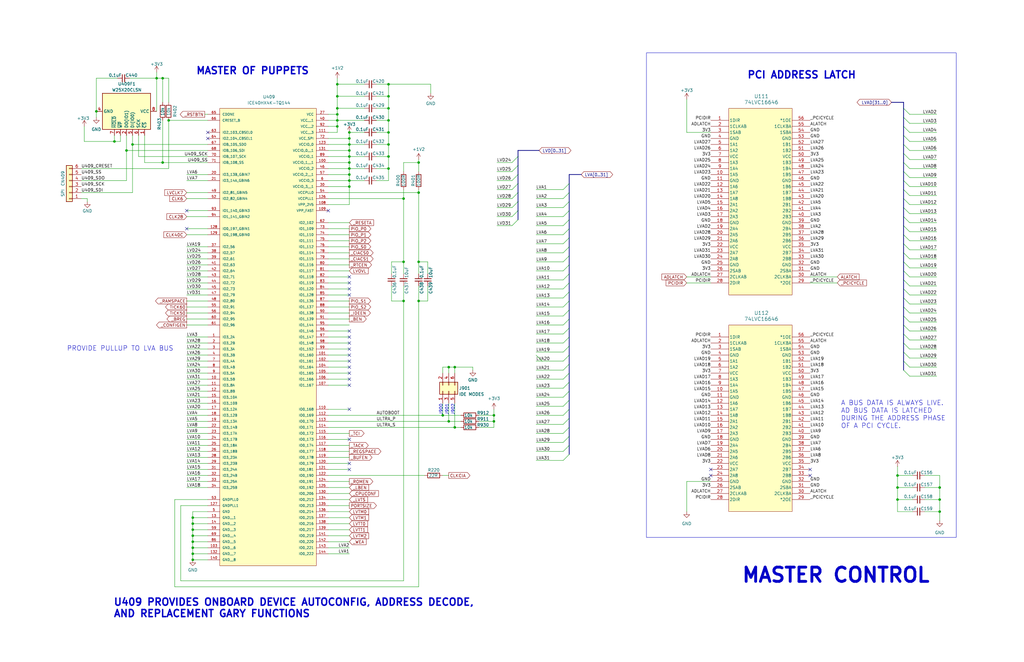
<source format=kicad_sch>
(kicad_sch (version 20231120) (generator "eeschema") (generator_version "8.0")
  (paper "B")
  (title_block (title "AMIGA PCI") (date "2025-01-01") (rev "5.0"))
  (junction (at 147.32 76.2))
  (junction (at 191.77 180.34))
  (junction (at 176.53 81.28))
  (junction (at 378.46 200.66))
  (junction (at 81.28 223.52))
  (junction (at 189.23 154.94))
  (junction (at 147.32 58.42))
  (junction (at 396.24 210.82))
  (junction (at 378.46 210.82))
  (junction (at 147.32 78.74))
  (junction (at 396.24 215.9))
  (junction (at 163.83 60.96))
  (junction (at 163.83 50.8))
  (junction (at 163.83 40.64))
  (junction (at 142.24 48.26))
  (junction (at 142.24 53.34))
  (junction (at 40.64 46.99))
  (junction (at 48.26 59.69))
  (junction (at 81.28 218.44))
  (junction (at 66.04 33.02))
  (junction (at 81.28 220.98))
  (junction (at 147.32 63.5))
  (junction (at 170.18 83.82))
  (junction (at 142.24 35.56))
  (junction (at 81.28 233.68))
  (junction (at 163.83 45.72))
  (junction (at 147.32 68.58))
  (junction (at 396.24 205.74))
  (junction (at 176.53 127))
  (junction (at 163.83 35.56))
  (junction (at 55.88 60.96))
  (junction (at 142.24 40.64))
  (junction (at 208.28 175.26))
  (junction (at 81.28 236.22))
  (junction (at 191.77 154.94))
  (junction (at 81.28 231.14))
  (junction (at 68.58 68.58))
  (junction (at 163.83 71.12))
  (junction (at 163.83 66.04))
  (junction (at 189.23 177.8))
  (junction (at 147.32 55.88))
  (junction (at 142.24 45.72))
  (junction (at 176.53 68.58))
  (junction (at 208.28 177.8))
  (junction (at 163.83 55.88))
  (junction (at 71.12 50.8))
  (junction (at 147.32 60.96))
  (junction (at 81.28 226.06))
  (junction (at 170.18 127))
  (junction (at 378.46 205.74))
  (junction (at 81.28 228.6))
  (junction (at 147.32 73.66))
  (junction (at 170.18 110.49))
  (junction (at 176.53 110.49))
  (junction (at 147.32 71.12))
  (junction (at 186.69 175.26))
  (junction (at 142.24 50.8))
  (junction (at 147.32 66.04))
  (junction (at 68.58 33.02))
  (junction (at 53.34 63.5))
  (no_connect (at 299.72 198.12))
  (no_connect (at 147.32 144.78))
  (no_connect (at 147.32 152.4))
  (no_connect (at 147.32 198.12))
  (no_connect (at 341.63 198.12))
  (no_connect (at 147.32 162.56))
  (no_connect (at 147.32 172.72))
  (no_connect (at 341.63 200.66))
  (no_connect (at 87.63 55.88))
  (no_connect (at 147.32 142.24))
  (no_connect (at 147.32 160.02))
  (no_connect (at 147.32 116.84))
  (no_connect (at 147.32 147.32))
  (no_connect (at 147.32 149.86))
  (no_connect (at 78.74 88.9))
  (no_connect (at 147.32 124.46))
  (no_connect (at 147.32 157.48))
  (no_connect (at 147.32 185.42))
  (no_connect (at 147.32 119.38))
  (no_connect (at 299.72 200.66))
  (no_connect (at 147.32 195.58))
  (no_connect (at 138.43 88.9))
  (no_connect (at 147.32 154.94))
  (no_connect (at 87.63 58.42))
  (no_connect (at 147.32 139.7))
  (no_connect (at 78.74 96.52))
  (no_connect (at 147.32 121.92))
  (bus_entry (at 383.57 93.98) (size -2.54 -2.54))
  (bus_entry (at 383.57 63.5) (size -2.54 -2.54))
  (bus_entry (at 237.49 163.83) (size 2.54 -2.54))
  (bus_entry (at 215.9 95.25) (size 2.54 -2.54))
  (bus_entry (at 237.49 80.01) (size 2.54 -2.54))
  (bus_entry (at 237.49 160.02) (size 2.54 -2.54))
  (bus_entry (at 383.57 82.55) (size -2.54 -2.54))
  (bus_entry (at 383.57 101.6) (size -2.54 -2.54))
  (bus_entry (at 215.9 83.82) (size 2.54 -2.54))
  (bus_entry (at 237.49 194.31) (size 2.54 -2.54))
  (bus_entry (at 215.9 87.63) (size 2.54 -2.54))
  (bus_entry (at 383.57 151.13) (size -2.54 -2.54))
  (bus_entry (at 237.49 133.35) (size 2.54 -2.54))
  (bus_entry (at 237.49 137.16) (size 2.54 -2.54))
  (bus_entry (at 237.49 99.06) (size 2.54 -2.54))
  (bus_entry (at 383.57 158.75) (size -2.54 -2.54))
  (bus_entry (at 383.57 78.74) (size -2.54 -2.54))
  (bus_entry (at 383.57 97.79) (size -2.54 -2.54))
  (bus_entry (at 237.49 182.88) (size 2.54 -2.54))
  (bus_entry (at 237.49 83.82) (size 2.54 -2.54))
  (bus_entry (at 237.49 95.25) (size 2.54 -2.54))
  (bus_entry (at 383.57 135.89) (size -2.54 -2.54))
  (bus_entry (at 383.57 55.88) (size -2.54 -2.54))
  (bus_entry (at 237.49 129.54) (size 2.54 -2.54))
  (bus_entry (at 237.49 148.59) (size 2.54 -2.54))
  (bus_entry (at 237.49 175.26) (size 2.54 -2.54))
  (bus_entry (at 383.57 139.7) (size -2.54 -2.54))
  (bus_entry (at 383.57 124.46) (size -2.54 -2.54))
  (bus_entry (at 237.49 87.63) (size 2.54 -2.54))
  (bus_entry (at 383.57 120.65) (size -2.54 -2.54))
  (bus_entry (at 237.49 118.11) (size 2.54 -2.54))
  (bus_entry (at 383.57 59.69) (size -2.54 -2.54))
  (bus_entry (at 383.57 71.12) (size -2.54 -2.54))
  (bus_entry (at 383.57 143.51) (size -2.54 -2.54))
  (bus_entry (at 215.9 68.58) (size 2.54 -2.54))
  (bus_entry (at 226.06 149.86) (size 2.54 2.54))
  (bus_entry (at 383.57 86.36) (size -2.54 -2.54))
  (bus_entry (at 237.49 121.92) (size 2.54 -2.54))
  (bus_entry (at 237.49 144.78) (size 2.54 -2.54))
  (bus_entry (at 383.57 154.94) (size -2.54 -2.54))
  (bus_entry (at 383.57 147.32) (size -2.54 -2.54))
  (bus_entry (at 237.49 190.5) (size 2.54 -2.54))
  (bus_entry (at 383.57 116.84) (size -2.54 -2.54))
  (bus_entry (at 215.9 91.44) (size 2.54 -2.54))
  (bus_entry (at 237.49 114.3) (size 2.54 -2.54))
  (bus_entry (at 215.9 76.2) (size 2.54 -2.54))
  (bus_entry (at 237.49 186.69) (size 2.54 -2.54))
  (bus_entry (at 383.57 52.07) (size -2.54 -2.54))
  (bus_entry (at 237.49 167.64) (size 2.54 -2.54))
  (bus_entry (at 237.49 110.49) (size 2.54 -2.54))
  (bus_entry (at 237.49 125.73) (size 2.54 -2.54))
  (bus_entry (at 237.49 102.87) (size 2.54 -2.54))
  (bus_entry (at 237.49 179.07) (size 2.54 -2.54))
  (bus_entry (at 383.57 128.27) (size -2.54 -2.54))
  (bus_entry (at 237.49 156.21) (size 2.54 -2.54))
  (bus_entry (at 237.49 140.97) (size 2.54 -2.54))
  (bus_entry (at 383.57 105.41) (size -2.54 -2.54))
  (bus_entry (at 237.49 171.45) (size 2.54 -2.54))
  (bus_entry (at 383.57 132.08) (size -2.54 -2.54))
  (bus_entry (at 237.49 106.68) (size 2.54 -2.54))
  (bus_entry (at 383.57 109.22) (size -2.54 -2.54))
  (bus_entry (at 383.57 67.31) (size -2.54 -2.54))
  (bus_entry (at 237.49 152.4) (size 2.54 -2.54))
  (bus_entry (at 383.57 113.03) (size -2.54 -2.54))
  (bus_entry (at 237.49 91.44) (size 2.54 -2.54))
  (bus_entry (at 383.57 74.93) (size -2.54 -2.54))
  (bus_entry (at 215.9 72.39) (size 2.54 -2.54))
  (bus_entry (at 383.57 48.26) (size -2.54 -2.54))
  (bus_entry (at 383.57 90.17) (size -2.54 -2.54))
  (bus_entry (at 215.9 80.01) (size 2.54 -2.54))
  (wire (pts (xy 147.32 144.78) (xy 138.43 144.78)))
  (bus (pts (xy 381.03 152.4) (xy 381.03 156.21)))
  (bus (pts (xy 240.03 107.95) (xy 240.03 111.76)))
  (wire (pts (xy 395 139.7) (xy 383.57 139.7)))
  (wire (pts (xy 299.72 55.88) (xy 289.56 55.88)))
  (bus (pts (xy 381.03 43.18) (xy 375.92 43.18)))
  (wire (pts (xy 58.42 66.04) (xy 58.42 57.15)))
  (wire (pts (xy 87.63 195.58) (xy 78.74 195.58)))
  (wire (pts (xy 78.74 200.66) (xy 87.63 200.66)))
  (wire (pts (xy 147.32 205.74) (xy 138.43 205.74)))
  (wire (pts (xy 209.55 95.25) (xy 215.9 95.25)))
  (wire (pts (xy 353.06 119.38) (xy 341.63 119.38)))
  (wire (pts (xy 395 128.27) (xy 383.57 128.27)))
  (wire (pts (xy 138.43 99.06) (xy 147.32 99.06)))
  (wire (pts (xy 289.56 203.2) (xy 289.56 215.9)))
  (bus (pts (xy 381.03 148.59) (xy 381.03 152.4)))
  (wire (pts (xy 189.23 157.48) (xy 189.23 154.94)))
  (wire (pts (xy 395 135.89) (xy 383.57 135.89)))
  (wire (pts (xy 147.32 195.58) (xy 138.43 195.58)))
  (wire (pts (xy 289.56 203.2) (xy 299.72 203.2)))
  (wire (pts (xy 71.12 43.18) (xy 71.12 33.02)))
  (wire (pts (xy 395 86.36) (xy 383.57 86.36)))
  (wire (pts (xy 138.43 71.12) (xy 147.32 71.12)))
  (wire (pts (xy 73.66 247.65) (xy 176.53 247.65)))
  (wire (pts (xy 87.63 83.82) (xy 78.74 83.82)))
  (wire (pts (xy 226.06 140.97) (xy 237.49 140.97)))
  (wire (pts (xy 34.29 83.82) (xy 36.83 83.82)))
  (wire (pts (xy 87.63 203.2) (xy 78.74 203.2)))
  (wire (pts (xy 138.43 73.66) (xy 147.32 73.66)))
  (wire (pts (xy 78.74 116.84) (xy 87.63 116.84)))
  (wire (pts (xy 78.74 111.76) (xy 87.63 111.76)))
  (wire (pts (xy 35.56 53.34) (xy 35.56 59.69)))
  (bus (pts (xy 240.03 96.52) (xy 240.03 100.33)))
  (bus (pts (xy 381.03 57.15) (xy 381.03 60.96)))
  (bus (pts (xy 381.03 118.11) (xy 381.03 121.92)))
  (wire (pts (xy 226.06 190.5) (xy 237.49 190.5)))
  (wire (pts (xy 186.69 157.48) (xy 186.69 154.94)))
  (bus (pts (xy 240.03 165.1) (xy 240.03 168.91)))
  (wire (pts (xy 87.63 88.9) (xy 78.74 88.9)))
  (wire (pts (xy 138.43 83.82) (xy 170.18 83.82)))
  (wire (pts (xy 78.74 109.22) (xy 87.63 109.22)))
  (wire (pts (xy 226.06 110.49) (xy 237.49 110.49)))
  (wire (pts (xy 147.32 182.88) (xy 138.43 182.88)))
  (bus (pts (xy 240.03 168.91) (xy 240.03 172.72)))
  (wire (pts (xy 142.24 45.72) (xy 142.24 48.26)))
  (wire (pts (xy 176.53 127) (xy 180.34 127)))
  (wire (pts (xy 73.66 210.82) (xy 87.63 210.82)))
  (wire (pts (xy 138.43 157.48) (xy 147.32 157.48)))
  (wire (pts (xy 226.06 175.26) (xy 237.49 175.26)))
  (wire (pts (xy 378.46 205.74) (xy 384.81 205.74)))
  (wire (pts (xy 81.28 218.44) (xy 81.28 220.98)))
  (wire (pts (xy 395 48.26) (xy 383.57 48.26)))
  (wire (pts (xy 87.63 177.8) (xy 78.74 177.8)))
  (wire (pts (xy 147.32 76.2) (xy 147.32 78.74)))
  (wire (pts (xy 138.43 152.4) (xy 147.32 152.4)))
  (wire (pts (xy 209.55 68.58) (xy 215.9 68.58)))
  (wire (pts (xy 48.26 59.69) (xy 50.8 59.69)))
  (wire (pts (xy 87.63 48.26) (xy 86.36 48.26)))
  (wire (pts (xy 395 120.65) (xy 383.57 120.65)))
  (wire (pts (xy 389.89 200.66) (xy 396.24 200.66)))
  (wire (pts (xy 81.28 218.44) (xy 87.63 218.44)))
  (wire (pts (xy 66.04 33.02) (xy 54.61 33.02)))
  (wire (pts (xy 68.58 33.02) (xy 66.04 33.02)))
  (wire (pts (xy 147.32 76.2) (xy 153.67 76.2)))
  (bus (pts (xy 381.03 125.73) (xy 381.03 129.54)))
  (wire (pts (xy 226.06 114.3) (xy 237.49 114.3)))
  (wire (pts (xy 395 105.41) (xy 383.57 105.41)))
  (wire (pts (xy 163.83 40.64) (xy 163.83 35.56)))
  (wire (pts (xy 158.75 60.96) (xy 163.83 60.96)))
  (bus (pts (xy 218.44 69.85) (xy 218.44 73.66)))
  (wire (pts (xy 289.56 41.91) (xy 289.56 55.88)))
  (wire (pts (xy 226.06 171.45) (xy 237.49 171.45)))
  (wire (pts (xy 226.06 83.82) (xy 237.49 83.82)))
  (wire (pts (xy 181.61 35.56) (xy 163.83 35.56)))
  (wire (pts (xy 87.63 167.64) (xy 78.74 167.64)))
  (wire (pts (xy 147.32 68.58) (xy 147.32 71.12)))
  (wire (pts (xy 209.55 91.44) (xy 215.9 91.44)))
  (wire (pts (xy 226.06 179.07) (xy 237.49 179.07)))
  (wire (pts (xy 81.28 215.9) (xy 81.28 218.44)))
  (wire (pts (xy 138.43 175.26) (xy 186.69 175.26)))
  (wire (pts (xy 87.63 76.2) (xy 78.74 76.2)))
  (wire (pts (xy 78.74 106.68) (xy 87.63 106.68)))
  (wire (pts (xy 138.43 223.52) (xy 147.32 223.52)))
  (wire (pts (xy 87.63 165.1) (xy 78.74 165.1)))
  (wire (pts (xy 147.32 55.88) (xy 153.67 55.88)))
  (wire (pts (xy 81.28 231.14) (xy 81.28 233.68)))
  (bus (pts (xy 381.03 76.2) (xy 381.03 80.01)))
  (bus (pts (xy 381.03 91.44) (xy 381.03 95.25)))
  (wire (pts (xy 191.77 170.18) (xy 191.77 180.34)))
  (wire (pts (xy 60.96 68.58) (xy 68.58 68.58)))
  (wire (pts (xy 71.12 71.12) (xy 71.12 50.8)))
  (wire (pts (xy 226.06 156.21) (xy 237.49 156.21)))
  (wire (pts (xy 163.83 45.72) (xy 163.83 40.64)))
  (wire (pts (xy 138.43 220.98) (xy 147.32 220.98)))
  (wire (pts (xy 165.1 120.65) (xy 165.1 127)))
  (wire (pts (xy 163.83 50.8) (xy 163.83 45.72)))
  (wire (pts (xy 189.23 154.94) (xy 191.77 154.94)))
  (bus (pts (xy 240.03 172.72) (xy 240.03 176.53)))
  (wire (pts (xy 138.43 160.02) (xy 147.32 160.02)))
  (bus (pts (xy 218.44 81.28) (xy 218.44 85.09)))
  (wire (pts (xy 138.43 154.94) (xy 147.32 154.94)))
  (bus (pts (xy 381.03 68.58) (xy 381.03 72.39)))
  (wire (pts (xy 226.06 148.59) (xy 237.49 148.59)))
  (wire (pts (xy 395 154.94) (xy 383.57 154.94)))
  (wire (pts (xy 138.43 66.04) (xy 147.32 66.04)))
  (wire (pts (xy 138.43 60.96) (xy 147.32 60.96)))
  (wire (pts (xy 226.06 91.44) (xy 237.49 91.44)))
  (bus (pts (xy 381.03 144.78) (xy 381.03 148.59)))
  (wire (pts (xy 87.63 193.04) (xy 78.74 193.04)))
  (wire (pts (xy 170.18 245.11) (xy 76.2 245.11)))
  (wire (pts (xy 226.06 167.64) (xy 237.49 167.64)))
  (wire (pts (xy 55.88 57.15) (xy 55.88 60.96)))
  (wire (pts (xy 138.43 124.46) (xy 147.32 124.46)))
  (wire (pts (xy 76.2 245.11) (xy 76.2 213.36)))
  (wire (pts (xy 147.32 63.5) (xy 147.32 66.04)))
  (wire (pts (xy 142.24 45.72) (xy 153.67 45.72)))
  (wire (pts (xy 165.1 127) (xy 170.18 127)))
  (wire (pts (xy 138.43 78.74) (xy 147.32 78.74)))
  (wire (pts (xy 138.43 177.8) (xy 189.23 177.8)))
  (wire (pts (xy 147.32 147.32) (xy 138.43 147.32)))
  (wire (pts (xy 170.18 120.65) (xy 170.18 127)))
  (bus (pts (xy 381.03 72.39) (xy 381.03 76.2)))
  (wire (pts (xy 147.32 86.36) (xy 138.43 86.36)))
  (wire (pts (xy 395 124.46) (xy 383.57 124.46)))
  (wire (pts (xy 189.23 177.8) (xy 194.31 177.8)))
  (wire (pts (xy 48.26 57.15) (xy 48.26 59.69)))
  (wire (pts (xy 378.46 200.66) (xy 384.81 200.66)))
  (wire (pts (xy 396.24 200.66) (xy 396.24 205.74)))
  (wire (pts (xy 179.07 200.66) (xy 138.43 200.66)))
  (wire (pts (xy 71.12 33.02) (xy 68.58 33.02)))
  (wire (pts (xy 81.28 223.52) (xy 87.63 223.52)))
  (wire (pts (xy 395 97.79) (xy 383.57 97.79)))
  (wire (pts (xy 36.83 83.82) (xy 36.83 85.09)))
  (wire (pts (xy 87.63 127) (xy 78.74 127)))
  (bus (pts (xy 381.03 106.68) (xy 381.03 110.49)))
  (wire (pts (xy 81.28 236.22) (xy 87.63 236.22)))
  (wire (pts (xy 66.04 46.99) (xy 66.04 33.02)))
  (wire (pts (xy 396.24 205.74) (xy 396.24 210.82)))
  (wire (pts (xy 40.64 33.02) (xy 49.53 33.02)))
  (wire (pts (xy 378.46 210.82) (xy 384.81 210.82)))
  (wire (pts (xy 208.28 172.72) (xy 208.28 175.26)))
  (wire (pts (xy 138.43 215.9) (xy 147.32 215.9)))
  (wire (pts (xy 87.63 81.28) (xy 78.74 81.28)))
  (wire (pts (xy 138.43 93.98) (xy 147.32 93.98)))
  (bus (pts (xy 240.03 119.38) (xy 240.03 123.19)))
  (bus (pts (xy 240.03 73.66) (xy 245.11 73.66)))
  (wire (pts (xy 226.06 194.31) (xy 237.49 194.31)))
  (wire (pts (xy 87.63 175.26) (xy 78.74 175.26)))
  (wire (pts (xy 147.32 208.28) (xy 138.43 208.28)))
  (wire (pts (xy 53.34 76.2) (xy 34.29 76.2)))
  (bus (pts (xy 240.03 149.86) (xy 240.03 153.67)))
  (wire (pts (xy 289.56 119.38) (xy 299.72 119.38)))
  (wire (pts (xy 138.43 185.42) (xy 147.32 185.42)))
  (wire (pts (xy 158.75 71.12) (xy 163.83 71.12)))
  (wire (pts (xy 87.63 137.16) (xy 78.74 137.16)))
  (wire (pts (xy 395 113.03) (xy 383.57 113.03)))
  (wire (pts (xy 78.74 160.02) (xy 87.63 160.02)))
  (wire (pts (xy 78.74 149.86) (xy 87.63 149.86)))
  (wire (pts (xy 170.18 68.58) (xy 176.53 68.58)))
  (wire (pts (xy 81.28 220.98) (xy 81.28 223.52)))
  (wire (pts (xy 147.32 187.96) (xy 138.43 187.96)))
  (wire (pts (xy 138.43 137.16) (xy 147.32 137.16)))
  (wire (pts (xy 138.43 101.6) (xy 147.32 101.6)))
  (wire (pts (xy 138.43 218.44) (xy 147.32 218.44)))
  (bus (pts (xy 381.03 87.63) (xy 381.03 91.44)))
  (wire (pts (xy 395 101.6) (xy 383.57 101.6)))
  (wire (pts (xy 81.28 233.68) (xy 81.28 236.22)))
  (bus (pts (xy 381.03 114.3) (xy 381.03 118.11)))
  (wire (pts (xy 147.32 60.96) (xy 153.67 60.96)))
  (wire (pts (xy 142.24 40.64) (xy 142.24 45.72)))
  (wire (pts (xy 226.06 87.63) (xy 237.49 87.63)))
  (wire (pts (xy 208.28 177.8) (xy 208.28 175.26)))
  (bus (pts (xy 381.03 80.01) (xy 381.03 83.82)))
  (wire (pts (xy 87.63 172.72) (xy 78.74 172.72)))
  (wire (pts (xy 201.93 177.8) (xy 208.28 177.8)))
  (wire (pts (xy 226.06 121.92) (xy 237.49 121.92)))
  (bus (pts (xy 240.03 176.53) (xy 240.03 180.34)))
  (wire (pts (xy 158.75 55.88) (xy 163.83 55.88)))
  (wire (pts (xy 138.43 228.6) (xy 147.32 228.6)))
  (wire (pts (xy 170.18 127) (xy 170.18 245.11)))
  (wire (pts (xy 55.88 81.28) (xy 55.88 60.96)))
  (wire (pts (xy 138.43 104.14) (xy 147.32 104.14)))
  (wire (pts (xy 176.53 247.65) (xy 176.53 127)))
  (wire (pts (xy 138.43 226.06) (xy 147.32 226.06)))
  (wire (pts (xy 87.63 124.46) (xy 78.74 124.46)))
  (wire (pts (xy 147.32 66.04) (xy 153.67 66.04)))
  (wire (pts (xy 147.32 193.04) (xy 138.43 193.04)))
  (wire (pts (xy 395 78.74) (xy 383.57 78.74)))
  (wire (pts (xy 147.32 73.66) (xy 147.32 76.2)))
  (bus (pts (xy 381.03 45.72) (xy 381.03 49.53)))
  (wire (pts (xy 226.06 95.25) (xy 237.49 95.25)))
  (wire (pts (xy 78.74 152.4) (xy 87.63 152.4)))
  (wire (pts (xy 138.43 106.68) (xy 147.32 106.68)))
  (wire (pts (xy 87.63 96.52) (xy 78.74 96.52)))
  (wire (pts (xy 138.43 114.3) (xy 147.32 114.3)))
  (wire (pts (xy 73.66 210.82) (xy 73.66 247.65)))
  (wire (pts (xy 78.74 187.96) (xy 87.63 187.96)))
  (wire (pts (xy 378.46 205.74) (xy 378.46 210.82)))
  (wire (pts (xy 68.58 50.8) (xy 68.58 68.58)))
  (wire (pts (xy 138.43 53.34) (xy 142.24 53.34)))
  (wire (pts (xy 395 158.75) (xy 383.57 158.75)))
  (bus (pts (xy 240.03 111.76) (xy 240.03 115.57)))
  (wire (pts (xy 78.74 114.3) (xy 87.63 114.3)))
  (bus (pts (xy 381.03 53.34) (xy 381.03 57.15)))
  (wire (pts (xy 40.64 49.53) (xy 40.64 46.99)))
  (wire (pts (xy 191.77 154.94) (xy 191.77 157.48)))
  (bus (pts (xy 240.03 88.9) (xy 240.03 92.71)))
  (wire (pts (xy 226.06 182.88) (xy 237.49 182.88)))
  (bus (pts (xy 218.44 85.09) (xy 218.44 88.9)))
  (wire (pts (xy 396.24 215.9) (xy 396.24 219.71)))
  (wire (pts (xy 142.24 50.8) (xy 142.24 53.34)))
  (wire (pts (xy 138.43 48.26) (xy 142.24 48.26)))
  (wire (pts (xy 226.06 144.78) (xy 237.49 144.78)))
  (bus (pts (xy 240.03 146.05) (xy 240.03 149.86)))
  (bus (pts (xy 240.03 104.14) (xy 240.03 107.95)))
  (wire (pts (xy 226.06 133.35) (xy 237.49 133.35)))
  (wire (pts (xy 87.63 190.5) (xy 78.74 190.5)))
  (wire (pts (xy 81.28 220.98) (xy 87.63 220.98)))
  (wire (pts (xy 395 151.13) (xy 383.57 151.13)))
  (bus (pts (xy 240.03 100.33) (xy 240.03 104.14)))
  (wire (pts (xy 87.63 91.44) (xy 78.74 91.44)))
  (bus (pts (xy 381.03 137.16) (xy 381.03 140.97)))
  (bus (pts (xy 381.03 110.49) (xy 381.03 114.3)))
  (wire (pts (xy 191.77 154.94) (xy 199.39 154.94)))
  (bus (pts (xy 240.03 130.81) (xy 240.03 134.62)))
  (wire (pts (xy 199.39 154.94) (xy 199.39 156.21)))
  (wire (pts (xy 384.81 215.9) (xy 378.46 215.9)))
  (wire (pts (xy 226.06 99.06) (xy 237.49 99.06)))
  (wire (pts (xy 163.83 35.56) (xy 158.75 35.56)))
  (wire (pts (xy 395 147.32) (xy 383.57 147.32)))
  (wire (pts (xy 87.63 73.66) (xy 78.74 73.66)))
  (wire (pts (xy 226.06 118.11) (xy 237.49 118.11)))
  (wire (pts (xy 226.06 102.87) (xy 237.49 102.87)))
  (wire (pts (xy 142.24 35.56) (xy 153.67 35.56)))
  (wire (pts (xy 396.24 210.82) (xy 396.24 215.9)))
  (bus (pts (xy 381.03 129.54) (xy 381.03 133.35)))
  (wire (pts (xy 138.43 180.34) (xy 191.77 180.34)))
  (wire (pts (xy 34.29 81.28) (xy 55.88 81.28)))
  (bus (pts (xy 218.44 73.66) (xy 218.44 77.47)))
  (wire (pts (xy 378.46 200.66) (xy 378.46 205.74)))
  (wire (pts (xy 147.32 190.5) (xy 138.43 190.5)))
  (wire (pts (xy 87.63 185.42) (xy 78.74 185.42)))
  (wire (pts (xy 138.43 127) (xy 147.32 127)))
  (wire (pts (xy 138.43 68.58) (xy 147.32 68.58)))
  (wire (pts (xy 147.32 55.88) (xy 147.32 58.42)))
  (wire (pts (xy 71.12 50.8) (xy 87.63 50.8)))
  (bus (pts (xy 240.03 157.48) (xy 240.03 161.29)))
  (wire (pts (xy 163.83 55.88) (xy 163.83 60.96)))
  (wire (pts (xy 176.53 81.28) (xy 176.53 110.49)))
  (bus (pts (xy 240.03 184.15) (xy 240.03 187.96)))
  (bus (pts (xy 240.03 161.29) (xy 240.03 165.1)))
  (wire (pts (xy 395 55.88) (xy 383.57 55.88)))
  (wire (pts (xy 147.32 78.74) (xy 147.32 86.36)))
  (wire (pts (xy 142.24 35.56) (xy 142.24 40.64)))
  (wire (pts (xy 226.06 160.02) (xy 237.49 160.02)))
  (wire (pts (xy 138.43 213.36) (xy 147.32 213.36)))
  (wire (pts (xy 81.28 223.52) (xy 81.28 226.06)))
  (wire (pts (xy 147.32 142.24) (xy 138.43 142.24)))
  (wire (pts (xy 87.63 147.32) (xy 78.74 147.32)))
  (wire (pts (xy 226.06 186.69) (xy 237.49 186.69)))
  (wire (pts (xy 176.53 110.49) (xy 180.34 110.49)))
  (bus (pts (xy 240.03 134.62) (xy 240.03 138.43)))
  (wire (pts (xy 81.28 226.06) (xy 87.63 226.06)))
  (wire (pts (xy 138.43 172.72) (xy 147.32 172.72)))
  (wire (pts (xy 395 74.93) (xy 383.57 74.93)))
  (wire (pts (xy 170.18 115.57) (xy 170.18 110.49)))
  (bus (pts (xy 218.44 63.5) (xy 227.33 63.5)))
  (wire (pts (xy 170.18 80.01) (xy 170.18 83.82)))
  (wire (pts (xy 78.74 121.92) (xy 87.63 121.92)))
  (wire (pts (xy 138.43 76.2) (xy 147.32 76.2)))
  (wire (pts (xy 186.69 170.18) (xy 186.69 175.26)))
  (bus (pts (xy 381.03 99.06) (xy 381.03 102.87)))
  (bus (pts (xy 240.03 77.47) (xy 240.03 81.28)))
  (wire (pts (xy 201.93 175.26) (xy 208.28 175.26)))
  (wire (pts (xy 87.63 129.54) (xy 78.74 129.54)))
  (wire (pts (xy 201.93 180.34) (xy 208.28 180.34)))
  (bus (pts (xy 240.03 123.19) (xy 240.03 127)))
  (wire (pts (xy 395 143.51) (xy 383.57 143.51)))
  (wire (pts (xy 138.43 111.76) (xy 147.32 111.76)))
  (wire (pts (xy 78.74 119.38) (xy 87.63 119.38)))
  (wire (pts (xy 81.28 228.6) (xy 87.63 228.6)))
  (wire (pts (xy 395 93.98) (xy 383.57 93.98)))
  (wire (pts (xy 226.06 106.68) (xy 237.49 106.68)))
  (bus (pts (xy 218.44 66.04) (xy 218.44 63.5)))
  (wire (pts (xy 209.55 83.82) (xy 215.9 83.82)))
  (wire (pts (xy 176.53 127) (xy 176.53 120.65)))
  (wire (pts (xy 226.06 129.54) (xy 237.49 129.54)))
  (wire (pts (xy 209.55 87.63) (xy 215.9 87.63)))
  (bus (pts (xy 240.03 138.43) (xy 240.03 142.24)))
  (wire (pts (xy 81.28 228.6) (xy 81.28 231.14)))
  (wire (pts (xy 87.63 154.94) (xy 78.74 154.94)))
  (wire (pts (xy 66.04 33.02) (xy 66.04 30.48)))
  (wire (pts (xy 78.74 180.34) (xy 87.63 180.34)))
  (bus (pts (xy 240.03 73.66) (xy 240.03 77.47)))
  (bus (pts (xy 381.03 83.82) (xy 381.03 87.63)))
  (wire (pts (xy 78.74 142.24) (xy 87.63 142.24)))
  (wire (pts (xy 50.8 57.15) (xy 50.8 59.69)))
  (wire (pts (xy 53.34 63.5) (xy 53.34 76.2)))
  (bus (pts (xy 381.03 133.35) (xy 381.03 137.16)))
  (wire (pts (xy 170.18 83.82) (xy 170.18 110.49)))
  (bus (pts (xy 240.03 81.28) (xy 240.03 85.09)))
  (bus (pts (xy 381.03 140.97) (xy 381.03 144.78)))
  (wire (pts (xy 147.32 233.68) (xy 138.43 233.68)))
  (bus (pts (xy 240.03 142.24) (xy 240.03 146.05)))
  (wire (pts (xy 142.24 53.34) (xy 142.24 55.88)))
  (wire (pts (xy 165.1 110.49) (xy 170.18 110.49)))
  (bus (pts (xy 240.03 153.67) (xy 240.03 157.48)))
  (wire (pts (xy 395 116.84) (xy 383.57 116.84)))
  (wire (pts (xy 209.55 80.01) (xy 215.9 80.01)))
  (wire (pts (xy 341.63 116.84) (xy 353.06 116.84)))
  (wire (pts (xy 170.18 72.39) (xy 170.18 68.58)))
  (wire (pts (xy 147.32 132.08) (xy 138.43 132.08)))
  (wire (pts (xy 138.43 121.92) (xy 147.32 121.92)))
  (bus (pts (xy 240.03 127) (xy 240.03 130.81)))
  (bus (pts (xy 381.03 95.25) (xy 381.03 99.06)))
  (wire (pts (xy 58.42 66.04) (xy 87.63 66.04)))
  (wire (pts (xy 186.69 175.26) (xy 194.31 175.26)))
  (wire (pts (xy 142.24 40.64) (xy 153.67 40.64)))
  (wire (pts (xy 147.32 139.7) (xy 138.43 139.7)))
  (bus (pts (xy 240.03 115.57) (xy 240.03 119.38)))
  (wire (pts (xy 163.83 55.88) (xy 163.83 50.8)))
  (wire (pts (xy 87.63 134.62) (xy 78.74 134.62)))
  (wire (pts (xy 142.24 33.02) (xy 142.24 35.56)))
  (bus (pts (xy 381.03 64.77) (xy 381.03 68.58)))
  (wire (pts (xy 53.34 57.15) (xy 53.34 63.5)))
  (wire (pts (xy 395 52.07) (xy 383.57 52.07)))
  (wire (pts (xy 76.2 213.36) (xy 87.63 213.36)))
  (bus (pts (xy 381.03 49.53) (xy 381.03 53.34)))
  (wire (pts (xy 138.43 129.54) (xy 147.32 129.54)))
  (wire (pts (xy 226.06 152.4) (xy 228.6 152.4)))
  (wire (pts (xy 87.63 132.08) (xy 78.74 132.08)))
  (wire (pts (xy 87.63 198.12) (xy 78.74 198.12)))
  (wire (pts (xy 158.75 76.2) (xy 163.83 76.2)))
  (wire (pts (xy 158.75 66.04) (xy 163.83 66.04)))
  (wire (pts (xy 226.06 80.01) (xy 237.49 80.01)))
  (wire (pts (xy 34.29 71.12) (xy 71.12 71.12)))
  (wire (pts (xy 189.23 170.18) (xy 189.23 177.8)))
  (wire (pts (xy 186.69 200.66) (xy 189.23 200.66)))
  (wire (pts (xy 395 90.17) (xy 383.57 90.17)))
  (wire (pts (xy 395 71.12) (xy 383.57 71.12)))
  (wire (pts (xy 138.43 55.88) (xy 142.24 55.88)))
  (bus (pts (xy 240.03 85.09) (xy 240.03 88.9)))
  (wire (pts (xy 35.56 59.69) (xy 48.26 59.69)))
  (wire (pts (xy 138.43 134.62) (xy 147.32 134.62)))
  (wire (pts (xy 138.43 119.38) (xy 147.32 119.38)))
  (wire (pts (xy 147.32 66.04) (xy 147.32 68.58)))
  (wire (pts (xy 78.74 157.48) (xy 87.63 157.48)))
  (wire (pts (xy 395 82.55) (xy 383.57 82.55)))
  (wire (pts (xy 226.06 125.73) (xy 237.49 125.73)))
  (wire (pts (xy 163.83 71.12) (xy 163.83 76.2)))
  (bus (pts (xy 381.03 60.96) (xy 381.03 64.77)))
  (wire (pts (xy 138.43 58.42) (xy 147.32 58.42)))
  (wire (pts (xy 180.34 110.49) (xy 180.34 115.57)))
  (wire (pts (xy 147.32 71.12) (xy 153.67 71.12)))
  (wire (pts (xy 81.28 215.9) (xy 87.63 215.9)))
  (bus (pts (xy 240.03 180.34) (xy 240.03 184.15)))
  (wire (pts (xy 209.55 72.39) (xy 215.9 72.39)))
  (wire (pts (xy 395 63.5) (xy 383.57 63.5)))
  (wire (pts (xy 147.32 58.42) (xy 147.32 60.96)))
  (wire (pts (xy 138.43 231.14) (xy 147.32 231.14)))
  (wire (pts (xy 378.46 196.85) (xy 378.46 200.66)))
  (wire (pts (xy 389.89 215.9) (xy 396.24 215.9)))
  (wire (pts (xy 163.83 60.96) (xy 163.83 66.04)))
  (wire (pts (xy 142.24 50.8) (xy 153.67 50.8)))
  (wire (pts (xy 389.89 210.82) (xy 396.24 210.82)))
  (wire (pts (xy 147.32 149.86) (xy 138.43 149.86)))
  (wire (pts (xy 147.32 198.12) (xy 138.43 198.12)))
  (wire (pts (xy 138.43 162.56) (xy 147.32 162.56)))
  (wire (pts (xy 147.32 60.96) (xy 147.32 63.5)))
  (wire (pts (xy 395 109.22) (xy 383.57 109.22)))
  (wire (pts (xy 208.28 180.34) (xy 208.28 177.8)))
  (wire (pts (xy 78.74 162.56) (xy 87.63 162.56)))
  (wire (pts (xy 228.6 152.4) (xy 237.49 152.4)))
  (bus (pts (xy 381.03 121.92) (xy 381.03 125.73)))
  (wire (pts (xy 209.55 76.2) (xy 215.9 76.2)))
  (wire (pts (xy 378.46 210.82) (xy 378.46 215.9)))
  (wire (pts (xy 142.24 48.26) (xy 142.24 50.8)))
  (wire (pts (xy 87.63 99.06) (xy 78.74 99.06)))
  (wire (pts (xy 176.53 115.57) (xy 176.53 110.49)))
  (wire (pts (xy 395 67.31) (xy 383.57 67.31)))
  (wire (pts (xy 165.1 115.57) (xy 165.1 110.49)))
  (wire (pts (xy 138.43 50.8) (xy 142.24 50.8)))
  (wire (pts (xy 81.28 231.14) (xy 87.63 231.14)))
  (wire (pts (xy 176.53 68.58) (xy 176.53 72.39)))
  (wire (pts (xy 53.34 63.5) (xy 87.63 63.5)))
  (wire (pts (xy 87.63 182.88) (xy 78.74 182.88)))
  (bus (pts (xy 381.03 43.18) (xy 381.03 45.72)))
  (wire (pts (xy 147.32 203.2) (xy 138.43 203.2)))
  (wire (pts (xy 180.34 127) (xy 180.34 120.65)))
  (wire (pts (xy 40.64 46.99) (xy 40.64 33.02)))
  (wire (pts (xy 181.61 35.56) (xy 181.61 39.37)))
  (wire (pts (xy 158.75 50.8) (xy 163.83 50.8)))
  (wire (pts (xy 138.43 109.22) (xy 147.32 109.22)))
  (wire (pts (xy 147.32 71.12) (xy 147.32 73.66)))
  (wire (pts (xy 138.43 63.5) (xy 147.32 63.5)))
  (wire (pts (xy 78.74 104.14) (xy 87.63 104.14)))
  (wire (pts (xy 176.53 80.01) (xy 176.53 81.28)))
  (wire (pts (xy 226.06 137.16) (xy 237.49 137.16)))
  (wire (pts (xy 138.43 210.82) (xy 147.32 210.82)))
  (wire (pts (xy 68.58 33.02) (xy 68.58 43.18)))
  (wire (pts (xy 176.53 67.31) (xy 176.53 68.58)))
  (wire (pts (xy 138.43 96.52) (xy 147.32 96.52)))
  (wire (pts (xy 81.28 233.68) (xy 87.63 233.68)))
  (wire (pts (xy 158.75 40.64) (xy 163.83 40.64)))
  (wire (pts (xy 186.69 154.94) (xy 189.23 154.94)))
  (bus (pts (xy 218.44 88.9) (xy 218.44 92.71)))
  (wire (pts (xy 163.83 66.04) (xy 163.83 71.12)))
  (wire (pts (xy 289.56 116.84) (xy 299.72 116.84)))
  (wire (pts (xy 78.74 205.74) (xy 87.63 205.74)))
  (wire (pts (xy 81.28 226.06) (xy 81.28 228.6)))
  (bus (pts (xy 218.44 66.04) (xy 218.44 69.85)))
  (bus (pts (xy 240.03 187.96) (xy 240.03 191.77)))
  (wire (pts (xy 138.43 81.28) (xy 176.53 81.28)))
  (bus (pts (xy 218.44 77.47) (xy 218.44 81.28)))
  (wire (pts (xy 60.96 68.58) (xy 60.96 57.15)))
  (bus (pts (xy 240.03 92.71) (xy 240.03 96.52)))
  (wire (pts (xy 138.43 116.84) (xy 147.32 116.84)))
  (wire (pts (xy 55.88 60.96) (xy 87.63 60.96)))
  (wire (pts (xy 395 132.08) (xy 383.57 132.08)))
  (wire (pts (xy 68.58 68.58) (xy 87.63 68.58)))
  (bus (pts (xy 381.03 102.87) (xy 381.03 106.68)))
  (wire (pts (xy 191.77 180.34) (xy 194.31 180.34)))
  (wire (pts (xy 87.63 170.18) (xy 78.74 170.18)))
  (wire (pts (xy 78.74 144.78) (xy 87.63 144.78)))
  (wire (pts (xy 395 59.69) (xy 383.57 59.69)))
  (wire (pts (xy 226.06 163.83) (xy 237.49 163.83)))
  (wire (pts (xy 389.89 205.74) (xy 396.24 205.74)))
  (wire (pts (xy 158.75 45.72) (xy 163.83 45.72)))
  (rectangle (start 272.6 22.3) (end 403.2 226.8))
  (text "MASTER OF PUPPETS" (at 82.55 31.75 0) (effects (font (size 3 3) (thickness 0.6) (bold yes)) (justify left bottom)))
  (text "MASTER CONTROL" (at 312.42 246.38 0) (effects (font (size 6 6) (thickness 1.2) (bold yes)) (justify left bottom)))
  (text "J902" (at 191.77 175.26 90) (effects (font (size 1.27 1.27)) (justify left bottom)))
  (text "J900" (at 186.69 175.26 90) (effects (font (size 1.27 1.27)) (justify left bottom)))
  (text "A BUS DATA IS ALWAYS LIVE.\nAD BUS DATA IS LATCHED\nDURING THE ADDRESS PHASE \nOF A PCI CYCLE." (at 354.584 175.006 0) (effects (font (size 2 2)) (justify left)))
  (text "PCI ADDRESS LATCH" (at 314.96 33.528 0) (effects (font (size 3 3) (thickness 0.6) (bold yes)) (justify left bottom)))
  (text "J901" (at 189.23 175.26 90) (effects (font (size 1.27 1.27)) (justify left bottom)))
  (text "U409 PROVIDES ONBOARD DEVICE AUTOCONFIG, ADDRESS DECODE,\nAND REPLACEMENT GARY FUNCTIONS" (at 47.752 260.858 0) (effects (font (size 3 3) (thickness 0.6) (bold yes)) (justify left bottom)))
  (text "PROVIDE PULLUP TO LVA BUS" (at 28.194 148.336 0) (effects (font (size 2 2)) (justify left bottom)))
  (label "ADLATCH" (at 299.72 116.84 180))
  (label "_PCICYCLE" (at 341.63 50.8 0))
  (label "LVA25" (at 341.63 68.58 0))
  (label "LVAD8" (at 395 71.12 180))
  (label "LVA30" (at 78.74 157.48 0))
  (label "LVA20" (at 341.63 83.82 0))
  (label "LVAD25" (at 299.72 68.58 180))
  (label "LVA3" (at 78.74 142.24 0))
  (label "LVA27" (at 78.74 162.56 0))
  (label "LVA14" (at 78.74 195.58 0))
  (label "ALATCH" (at 341.63 208.28 0))
  (label "3V3" (at 299.72 55.88 180))
  (label "LVAD11" (at 299.72 177.8 180))
  (label "3V3" (at 299.72 157.48 180))
  (label "LVD31" (at 78.74 124.46 0))
  (label "LVAD30" (at 299.72 109.22 180))
  (label "LVA22" (at 78.74 147.32 0))
  (label "LVD26" (at 78.74 111.76 0))
  (label "PCIDIR" (at 299.72 119.38 180))
  (label "LVA26" (at 78.74 149.86 0))
  (label "U409_SS" (at 34.29 73.66 0))
  (label "LVA19" (at 226.06 148.59 0))
  (label "LVA27" (at 341.63 60.96 0))
  (label "LVA16" (at 78.74 200.66 0))
  (label "LVA18" (at 226.06 144.78 0))
  (label "LVA14" (at 341.63 170.18 0))
  (label "LVA27" (at 226.06 179.07 0))
  (label "U409_SDO" (at 34.29 76.2 0))
  (label "LVA4" (at 78.74 175.26 0))
  (label "LVA14" (at 226.06 129.54 0))
  (label "LVA3" (at 226.06 87.63 0))
  (label "LVA22" (at 226.06 160.02 0))
  (label "LVD31" (at 209.55 95.25 0))
  (label "LVA29" (at 226.06 186.69 0))
  (label "LVAD27" (at 395 143.51 180))
  (label "LVA9" (at 226.06 110.49 0))
  (label "LVA24" (at 78.74 154.94 0))
  (label "LVA11" (at 226.06 118.11 0))
  (label "LVAD26" (at 395 139.7 180))
  (label "LVAD8" (at 299.72 193.04 180))
  (label "GND" (at 299.72 149.86 180))
  (label "PCIDIR" (at 299.72 50.8 180))
  (label "_PCICYCLE" (at 341.63 119.38 0))
  (label "GND" (at 341.63 114.3 0))
  (label "LVAD29" (at 299.72 101.6 180))
  (label "LVA10" (at 78.74 185.42 0))
  (label "LVA30" (at 226.06 190.5 0))
  (label "ALATCH" (at 341.63 116.84 0))
  (label "LVA7" (at 226.06 102.87 0))
  (label "LVA13" (at 78.74 193.04 0))
  (label "LVAD6" (at 299.72 190.5 180))
  (label "LVA23" (at 341.63 73.66 0))
  (label "LVD25" (at 209.55 72.39 0))
  (label "LVAD5" (at 395 59.69 180))
  (label "GND" (at 299.72 167.64 180))
  (label "ADLATCH" (at 299.72 53.34 180))
  (label "LVA23" (at 226.06 163.83 0))
  (label "LVAD23" (at 299.72 73.66 180))
  (label "LVA29" (at 341.63 101.6 0))
  (label "LVA25" (at 78.74 165.1 0))
  (label "LVD24" (at 78.74 106.68 0))
  (label "LVAD12" (at 395 86.36 180))
  (label "LVAD4" (at 299.72 88.9 180))
  (label "LVA15" (at 226.06 133.35 0))
  (label "AUTOBOOT" (at 158.75 175.26 0))
  (label "LVAD19" (at 395 113.03 180))
  (label "LVA20" (at 226.06 152.4 0))
  (label "LVAD20" (at 299.72 83.82 180))
  (label "LVA8" (at 226.06 106.68 0))
  (label "LVA21" (at 226.06 156.21 0))
  (label "LVA24" (at 226.06 167.64 0))
  (label "LVA12" (at 226.06 121.92 0))
  (label "GND" (at 341.63 93.98 0))
  (label "LVA1" (at 147.32 233.68 180))
  (label "LVA12" (at 341.63 175.26 0))
  (label "LVA5" (at 78.74 177.8 0))
  (label "_PCICYCLE" (at 341.63 142.24 0))
  (label "LVAD14" (at 299.72 170.18 180))
  (label "LVA13" (at 341.63 172.72 0))
  (label "3V3" (at 341.63 66.04 0))
  (label "LVA9" (at 78.74 182.88 0))
  (label "LVAD27" (at 299.72 60.96 180))
  (label "GND" (at 299.72 203.2 180))
  (label "LVAD16" (at 299.72 162.56 180))
  (label "LVAD2" (at 395 48.26 180))
  (label "LVA21" (at 78.74 167.64 0))
  (label "U409_SCK" (at 87.63 66.04 180))
  (label "LVA4" (at 226.06 91.44 0))
  (label "LVA28" (at 341.63 99.06 0))
  (label "LVA2" (at 341.63 96.52 0))
  (label "LVAD29" (at 395 151.13 180))
  (label "LVAD3" (at 395 52.07 180))
  (label "LVAD7" (at 299.72 187.96 180))
  (label "LVD26" (at 209.55 76.2 0))
  (label "LVAD25" (at 395 135.89 180))
  (label "LVA19" (at 78.74 104.14 0))
  (label "LVAD28" (at 299.72 99.06 180))
  (label "LVA6" (at 78.74 73.66 0))
  (label "LVA23" (at 78.74 170.18 0))
  (label "GND" (at 341.63 55.88 0))
  (label "LVA5" (at 341.63 86.36 0))
  (label "LVA10" (at 226.06 114.3 0))
  (label "U409_SCK" (at 34.29 78.74 0))
  (label "LVAD15" (at 395 97.79 180))
  (label "LVAD13" (at 299.72 172.72 180))
  (label "LVA24" (at 341.63 71.12 0))
  (label "LVA5" (at 226.06 95.25 0))
  (label "LVA8" (at 78.74 180.34 0))
  (label "LVA28" (at 226.06 182.88 0))
  (label "ULTRA_P" (at 158.75 177.8 0))
  (label "LVAD9" (at 395 74.93 180))
  (label "LVA11" (at 341.63 177.8 0))
  (label "ADLATCH" (at 299.72 208.28 180))
  (label "3V3" (at 341.63 104.14 0))
  (label "GND" (at 341.63 205.74 0))
  (label "3V3" (at 299.72 66.04 180))
  (label "LVAD3" (at 299.72 91.44 180))
  (label "3V3" (at 299.72 205.74 180))
  (label "GND" (at 299.72 58.42 180))
  (label "GND" (at 299.72 76.2 180))
  (label "LVAD26" (at 299.72 63.5 180))
  (label "GND" (at 341.63 147.32 0))
  (label "GND" (at 341.63 167.64 0))
  (label "U409_CRESET" (at 34.29 71.12 0))
  (label "LVAD31" (at 299.72 106.68 180))
  (label "LVAD18" (at 395 109.22 180))
  (label "LVA31" (at 226.06 194.31 0))
  (label "LVAD21" (at 395 120.65 180))
  (label "GND" (at 299.72 93.98 180))
  (label "LVD28" (at 78.74 116.84 0))
  (label "LVA8" (at 341.63 193.04 0))
  (label "LVAD2" (at 299.72 96.52 180))
  (label "LVA7" (at 341.63 187.96 0))
  (label "LVA16" (at 226.06 137.16 0))
  (label "LVAD13" (at 395 90.17 180))
  (label "GND" (at 341.63 149.86 0))
  (label "U409_SS" (at 87.63 68.58 180))
  (label "ALATCH" (at 341.63 144.78 0))
  (label "GND" (at 341.63 203.2 0))
  (label "LVA26" (at 226.06 175.26 0))
  (label "LVAD24" (at 395 132.08 180))
  (label "LVA15" (at 78.74 198.12 0))
  (label "LVA6" (at 341.63 190.5 0))
  (label "LVAD24" (at 299.72 71.12 180))
  (label "LVAD18" (at 299.72 154.94 180))
  (label "LVA9" (at 341.63 182.88 0))
  (label "LVD28" (at 209.55 83.82 0))
  (label "3V3" (at 299.72 195.58 180))
  (label "LVAD17" (at 299.72 160.02 180))
  (label "_PCICYCLE" (at 341.63 210.82 0))
  (label "U409_SDI" (at 34.29 81.28 0))
  (label "LVA11" (at 78.74 187.96 0))
  (label "LVAD22" (at 395 124.46 180))
  (label "LVAD6" (at 395 63.5 180))
  (label "GND" (at 341.63 76.2 0))
  (label "LVD25" (at 78.74 109.22 0))
  (label "3V3" (at 341.63 195.58 0))
  (label "LVA26" (at 341.63 63.5 0))
  (label "LVAD15" (at 299.72 165.1 180))
  (label "LVAD12" (at 299.72 175.26 180))
  (label "LVAD21" (at 299.72 81.28 180))
  (label "LVA17" (at 341.63 160.02 0))
  (label "LVD30" (at 209.55 91.44 0))
  (label "3V3" (at 299.72 114.3 180))
  (label "LVA17" (at 226.06 140.97 0))
  (label "3V3" (at 341.63 157.48 0))
  (label "LVAD30" (at 395 154.94 180))
  (label "LVD30" (at 78.74 121.92 0))
  (label "LVA20" (at 78.74 172.72 0))
  (label "LVAD20" (at 395 116.84 180))
  (label "GND" (at 299.72 111.76 180))
  (label "LVAD17" (at 395 105.41 180))
  (label "LVA18" (at 78.74 205.74 0))
  (label "LVA15" (at 341.63 165.1 0))
  (label "LVA29" (at 78.74 152.4 0))
  (label "LVAD11" (at 395 82.55 180))
  (label "LVA2" (at 147.32 231.14 180))
  (label "PCIDIR" (at 299.72 210.82 180))
  (label "LVA18" (at 341.63 154.94 0))
  (label "3V3" (at 299.72 147.32 180))
  (label "PCIDIR" (at 299.72 142.24 180))
  (label "ULTRA_S" (at 158.75 180.34 0))
  (label "LVA31" (at 78.74 160.02 0))
  (label "LVA12" (at 78.74 190.5 0))
  (label "LVA28" (at 78.74 144.78 0))
  (label "LVAD22" (at 299.72 78.74 180))
  (label "LVA16" (at 341.63 162.56 0))
  (label "LVA21" (at 341.63 81.28 0))
  (label "LVA19" (at 341.63 152.4 0))
  (label "LVA30" (at 341.63 109.22 0))
  (label "LVA10" (at 341.63 180.34 0))
  (label "LVAD4" (at 395 55.88 180))
  (label "LVD27" (at 209.55 80.01 0))
  (label "LVAD28" (at 395 147.32 180))
  (label "GND" (at 341.63 111.76 0))
  (label "LVAD16" (at 395 101.6 180))
  (label "LVA2" (at 226.06 83.82 0))
  (label "LVAD14" (at 395 93.98 180))
  (label "LVD29" (at 78.74 119.38 0))
  (label "LVA25" (at 226.06 171.45 0))
  (label "GND" (at 341.63 185.42 0))
  (label "LVD27" (at 78.74 114.3 0))
  (label "GND" (at 299.72 185.42 180))
  (label "LVAD9" (at 299.72 182.88 180))
  (label "LVA4" (at 341.63 88.9 0))
  (label "3V3" (at 299.72 104.14 180))
  (label "LVA17" (at 78.74 203.2 0))
  (label "LVAD10" (at 299.72 180.34 180))
  (label "LVD29" (at 209.55 87.63 0))
  (label "LVAD5" (at 299.72 86.36 180))
  (label "LVA31" (at 341.63 106.68 0))
  (label "LVAD19" (at 299.72 152.4 180))
  (label "LVA1" (at 226.06 80.01 0))
  (label "LVA22" (at 341.63 78.74 0))
  (label "LVAD23" (at 395 128.27 180))
  (label "ADLATCH" (at 299.72 144.78 180))
  (label "LVD24" (at 209.55 68.58 0))
  (label "GND" (at 341.63 58.42 0))
  (label "LVA6" (at 226.06 99.06 0))
  (label "LVA13" (at 226.06 125.73 0))
  (label "ALATCH" (at 341.63 53.34 0))
  (label "LVAD10" (at 395 78.74 180))
  (label "LVA3" (at 341.63 91.44 0))
  (label "LVAD31" (at 395 158.75 180))
  (label "LVAD7" (at 395 67.31 180))
  (label "LVA7" (at 78.74 76.2 0))
  (global_label "_LBEN" (shape input) (at 147.32 205.74 0) (property "Intersheetrefs" "${INTERSHEET_REFS}" (at 156.0504 205.74 0) (effects (justify left))))
  (global_label "LVD[0..31]" (shape bidirectional) (at 227.33 63.5 0) (property "Intersheetrefs" "${INTERSHEET_REFS}" (at 241.046 63.5 0) (effects (justify left))))
  (global_label "_REGSPACE" (shape output) (at 147.32 190.5 0) (effects (font (size 1.2954 1.2954))) (property "Intersheetrefs" "${INTERSHEET_REFS}" (at 161.221 190.5 0) (effects (justify left))))
  (global_label "PIO_S2" (shape output) (at 147.32 129.54 0) (property "Intersheetrefs" "${INTERSHEET_REFS}" (at 156.8971 129.54 0) (effects (justify left))))
  (global_label "PCIDIR" (shape input) (at 289.56 119.38 180) (property "Intersheetrefs" "${INTERSHEET_REFS}" (at 280.2852 119.38 0) (effects (justify right))))
  (global_label "CLK40C" (shape input) (at 78.74 99.06 180) (property "Intersheetrefs" "${INTERSHEET_REFS}" (at 68.4977 99.06 0) (effects (justify right))))
  (global_label "CLK6" (shape input) (at 78.74 83.82 180) (property "Intersheetrefs" "${INTERSHEET_REFS}" (at 70.9772 83.82 0) (effects (justify right))))
  (global_label "LVTM0" (shape input) (at 147.32 215.9 0) (property "Intersheetrefs" "${INTERSHEET_REFS}" (at 156.0504 215.9 0) (effects (justify left))))
  (global_label "_RESETA" (shape input) (at 147.32 93.98 0) (property "Intersheetrefs" "${INTERSHEET_REFS}" (at 150.622 91.186 0) (effects (justify left))))
  (global_label "CLKCIA" (shape output) (at 189.23 200.66 0) (property "Intersheetrefs" "${INTERSHEET_REFS}" (at 198.6673 200.66 0) (effects (justify left))))
  (global_label "TICK50" (shape output) (at 78.74 132.08 180) (property "Intersheetrefs" "${INTERSHEET_REFS}" (at 69.977 132.08 0) (effects (justify right))))
  (global_label "_ROMEN" (shape output) (at 147.32 203.2 0) (property "Intersheetrefs" "${INTERSHEET_REFS}" (at 157.8042 203.2 0) (effects (justify left))))
  (global_label "_TCI" (shape output) (at 147.32 182.88 0) (property "Intersheetrefs" "${INTERSHEET_REFS}" (at 154.1152 182.88 0) (effects (justify left))))
  (global_label "PIO_S0" (shape output) (at 147.32 104.14 0) (property "Intersheetrefs" "${INTERSHEET_REFS}" (at 156.8971 104.14 0) (effects (justify left))))
  (global_label "_BREG" (shape output) (at 78.74 134.62 180) (property "Intersheetrefs" "${INTERSHEET_REFS}" (at 69.8282 134.62 0) (effects (justify right))))
  (global_label "LVTT1" (shape input) (at 147.32 223.52 0) (property "Intersheetrefs" "${INTERSHEET_REFS}" (at 155.5666 223.52 0) (effects (justify left))))
  (global_label "PIO_P0" (shape output) (at 147.32 96.52 0) (property "Intersheetrefs" "${INTERSHEET_REFS}" (at 156.9576 96.52 0) (effects (justify left))))
  (global_label "_LVTS" (shape input) (at 147.32 210.82 0) (property "Intersheetrefs" "${INTERSHEET_REFS}" (at 155.5666 210.82 0) (effects (justify left))))
  (global_label "LVAD[31..0]" (shape bidirectional) (at 375.92 43.18 180) (property "Intersheetrefs" "${INTERSHEET_REFS}" (at 362.585 43.053 0) (effects (justify right))))
  (global_label "_RAMSPACE" (shape output) (at 78.74 127 180) (property "Intersheetrefs" "${INTERSHEET_REFS}" (at 64.9901 127 0) (effects (justify right))))
  (global_label "ALATCH" (shape input) (at 353.06 116.84 0) (property "Intersheetrefs" "${INTERSHEET_REFS}" (at 362.8186 116.84 0) (effects (justify left))))
  (global_label "PIO_S1" (shape output) (at 147.32 127 0) (property "Intersheetrefs" "${INTERSHEET_REFS}" (at 156.8971 127 0) (effects (justify left))))
  (global_label "_BEN" (shape output) (at 147.32 134.62 0) (property "Intersheetrefs" "${INTERSHEET_REFS}" (at 154.9429 134.62 0) (effects (justify left))))
  (global_label "PORTSIZE" (shape output) (at 147.32 213.36 0) (property "Intersheetrefs" "${INTERSHEET_REFS}" (at 159.3161 213.36 0) (effects (justify left))))
  (global_label "_CPUCONF" (shape input) (at 147.32 208.28 0) (property "Intersheetrefs" "${INTERSHEET_REFS}" (at 160.1629 208.28 0) (effects (justify left))))
  (global_label "ADLATCH" (shape input) (at 289.56 116.84 180) (property "Intersheetrefs" "${INTERSHEET_REFS}" (at 278.5314 116.84 0) (effects (justify right))))
  (global_label "TICK60" (shape output) (at 78.74 129.54 180) (property "Intersheetrefs" "${INTERSHEET_REFS}" (at 69.977 129.667 0) (effects (justify right))))
  (global_label "LVCLK7" (shape input) (at 78.74 81.28 180) (property "Intersheetrefs" "${INTERSHEET_REFS}" (at 68.8605 81.28 0) (effects (justify right))))
  (global_label "_PCICYCLE" (shape input) (at 353.06 119.38 0) (property "Intersheetrefs" "${INTERSHEET_REFS}" (at 365.9633 119.38 0) (effects (justify left))))
  (global_label "LVOVL" (shape input) (at 147.32 114.3 0) (property "Intersheetrefs" "${INTERSHEET_REFS}" (at 155.8691 114.3 0) (effects (justify left))))
  (global_label "_CIACS0" (shape output) (at 147.32 106.68 0) (property "Intersheetrefs" "${INTERSHEET_REFS}" (at 157.9252 106.68 0) (effects (justify left))))
  (global_label "_CONFIGEN" (shape output) (at 78.74 137.16 180) (property "Intersheetrefs" "${INTERSHEET_REFS}" (at 65.4133 137.16 0) (effects (justify right))))
  (global_label "CLK28" (shape input) (at 78.74 91.44 180) (property "Intersheetrefs" "${INTERSHEET_REFS}" (at 69.7677 91.44 0) (effects (justify right))))
  (global_label "PIO_P1" (shape output) (at 147.32 99.06 0) (property "Intersheetrefs" "${INTERSHEET_REFS}" (at 156.9576 99.06 0) (effects (justify left))))
  (global_label "_RTCEN" (shape output) (at 147.32 111.76 0) (property "Intersheetrefs" "${INTERSHEET_REFS}" (at 157.2599 111.76 0) (effects (justify left))))
  (global_label "_TACK" (shape output) (at 147.32 187.96 0) (property "Intersheetrefs" "${INTERSHEET_REFS}" (at 155.869 187.96 0) (effects (justify left))))
  (global_label "_BUFEN" (shape output) (at 147.32 193.04 0) (property "Intersheetrefs" "${INTERSHEET_REFS}" (at 157.4414 193.04 0) (effects (justify left))))
  (global_label "LVTM1" (shape input) (at 147.32 218.44 0) (property "Intersheetrefs" "${INTERSHEET_REFS}" (at 156.0504 218.44 0) (effects (justify left))))
  (global_label "LVTM2" (shape input) (at 147.32 226.06 0) (property "Intersheetrefs" "${INTERSHEET_REFS}" (at 156.0504 226.06 0) (effects (justify left))))
  (global_label "_WEA" (shape input) (at 147.32 228.6 0) (property "Intersheetrefs" "${INTERSHEET_REFS}" (at 154.9618 228.6 0) (effects (justify left))))
  (global_label "_CIACS1" (shape output) (at 147.32 109.22 0) (property "Intersheetrefs" "${INTERSHEET_REFS}" (at 157.9252 109.22 0) (effects (justify left))))
  (global_label "_IDEEN" (shape output) (at 147.32 132.08 0) (property "Intersheetrefs" "${INTERSHEET_REFS}" (at 158.623 132.08 0) (effects (justify right))))
  (global_label "PIO_P2" (shape output) (at 147.32 101.6 0) (property "Intersheetrefs" "${INTERSHEET_REFS}" (at 156.9576 101.6 0) (effects (justify left))))
  (global_label "LVTT0" (shape input) (at 147.32 220.98 0) (property "Intersheetrefs" "${INTERSHEET_REFS}" (at 155.5666 220.98 0) (effects (justify left))))
  (global_label "_RSTBTN" (shape output) (at 86.36 48.26 180) (property "Intersheetrefs" "${INTERSHEET_REFS}" (at 83.947 45.466 0) (effects (justify right))))
  (global_label "LVA[0..31]" (shape bidirectional) (at 245.11 73.66 0) (property "Intersheetrefs" "${INTERSHEET_REFS}" (at 258.445 73.533 0) (effects (justify left))))
  (symbol (lib_id "Device:C_Small") (at 156.21 66.04 90) (unit 1)
    (property "Reference" "C433" (at 162.179 64.77 90) (effects (justify left)))
    (property "Value" "0.1uF" (at 155.448 64.77 90) (effects (justify left)))
    (property "Footprint" "Capacitor_SMD:C_0603_1608Metric" (effects (hide yes)))
  )
  (symbol (lib_id "Device:C_Small") (at 156.21 50.8 90) (unit 1)
    (property "Reference" "C430" (at 162.179 49.53 90) (effects (justify left)))
    (property "Value" "0.1uF" (at 155.448 49.53 90) (effects (justify left)))
    (property "Footprint" "Capacitor_SMD:C_0603_1608Metric" (effects (hide yes)))
  )
  (symbol (lib_id "Device:C_Small") (at 165.1 118.11 0) (unit 1)
    (property "Reference" "C436" (at 166.37 124.079 90) (effects (justify left)))
    (property "Value" "0.1uF" (at 166.37 117.348 90) (effects (justify left)))
    (property "Footprint" "Capacitor_SMD:C_0603_1608Metric" (effects (hide yes)))
  )
  (symbol (lib_id "Device:R") (at 71.12 46.99 0) (unit 1)
    (property "Reference" "R402" (at 73.787 49.53 90) (effects (justify left)))
    (property "Value" "10k" (at 71.12 48.895 90) (effects (justify left)))
    (property "Footprint" "Resistor_SMD:R_0603_1608Metric" (effects (hide yes)))
  )
  (symbol (lib_id "Device:R") (at 68.58 46.99 0) (unit 1)
    (property "Reference" "R403" (at 67.183 54.864 90) (effects (justify left)))
    (property "Value" "10k" (at 68.58 48.895 90) (effects (justify left)))
    (property "Footprint" "Resistor_SMD:R_0603_1608Metric" (effects (hide yes)))
  )
  (symbol (lib_id "power:+3V3") (at 208.28 172.72 0) (mirror y) (unit 1)
    (property "Reference" "#PWR0226" (effects (hide yes)))
    (property "Value" "+3V3" (at 208.28 168.148 0))
  )
  (symbol (lib_id "Device:R") (at 182.88 200.66 90) (mirror x) (unit 1)
    (property "Reference" "R220" (at 180.34 198.374 90) (effects (justify right)))
    (property "Value" "22R" (at 184.658 200.66 90) (effects (justify left)))
    (property "Footprint" "Resistor_SMD:R_0603_1608Metric" (effects (hide yes)))
  )
  (symbol (lib_id "power:+3V3") (at 66.04 30.48 0) (unit 1)
    (property "Reference" "#PWR0234" (effects (hide yes)))
    (property "Value" "+3V3" (at 66.04 27.051 0))
  )
  (symbol (lib_id "Device:C_Small") (at 176.53 118.11 0) (unit 1)
    (property "Reference" "C438" (at 177.8 124.079 90) (effects (justify left)))
    (property "Value" "0.1uF" (at 177.8 117.348 90) (effects (justify left)))
    (property "Footprint" "Capacitor_SMD:C_0603_1608Metric" (effects (hide yes)))
  )
  (symbol (lib_id "power:GND") (at 36.83 85.09 0) (unit 1)
    (property "Reference" "#PWR0201" (effects (hide yes)))
    (property "Value" "GND" (at 36.83 89.027 0))
  )
  (symbol (lib_id "power:GND") (at 199.39 156.21 0) (mirror y) (unit 1)
    (property "Reference" "#PWR06" (effects (hide yes)))
    (property "Value" "GND" (at 199.39 160.3455 0))
  )
  (symbol (lib_id "Device:C_Small") (at 156.21 76.2 90) (unit 1)
    (property "Reference" "C435" (at 162.179 74.93 90) (effects (justify left)))
    (property "Value" "0.1uF" (at 155.448 74.93 90) (effects (justify left)))
    (property "Footprint" "Capacitor_SMD:C_0603_1608Metric" (effects (hide yes)))
  )
  (symbol (lib_id "Device:C_Small") (at 52.07 33.02 90) (unit 1)
    (property "Reference" "C440" (at 58.039 31.75 90) (effects (justify left)))
    (property "Value" "0.1uF" (at 51.308 31.75 90) (effects (justify left)))
    (property "Footprint" "Capacitor_SMD:C_0603_1608Metric" (effects (hide yes)))
  )
  (symbol (lib_id "Device:C_Small") (at 387.35 215.9 90) (unit 1)
    (property "Reference" "C159" (at 393.319 214.63 90) (effects (justify left)))
    (property "Value" "0.1uF" (at 386.588 214.63 90) (effects (justify left)))
    (property "Footprint" "Capacitor_SMD:C_0603_1608Metric" (effects (hide yes)))
  )
  (symbol (lib_id "Device:C_Small") (at 156.21 40.64 90) (unit 1)
    (property "Reference" "C421" (at 162.179 39.37 90) (effects (justify left)))
    (property "Value" "0.1uF" (at 155.448 39.37 90) (effects (justify left)))
    (property "Footprint" "Capacitor_SMD:C_0603_1608Metric" (effects (hide yes)))
  )
  (symbol (lib_id "power:+1V2") (at 176.53 67.31 0) (unit 1)
    (property "Reference" "#PWR024" (effects (hide yes)))
    (property "Value" "+1V2" (at 176.53 62.992 0))
  )
  (symbol (lib_id "Memory_Flash:W25X20CLSN") (at 53.34 46.99 270) (mirror x) (unit 1)
    (property "Reference" "U409F1" (at 53.467 35.433 90))
    (property "Value" "W25X20CLSN" (at 53.467 37.973 90))
    (property "Footprint" "Package_SO:SOIC-8_3.9x4.9mm_P1.27mm" (effects (hide yes)))
    (property "Datasheet" "https://www.winbond.com/resource-files/w25x20cl_revf%2020150806.pdf" (effects (hide yes)))
  )
  (symbol (lib_id "Device:C_Small") (at 387.35 205.74 90) (unit 1)
    (property "Reference" "C157" (at 393.319 204.47 90) (effects (justify left)))
    (property "Value" "0.1uF" (at 386.588 204.47 90) (effects (justify left)))
    (property "Footprint" "Capacitor_SMD:C_0603_1608Metric" (effects (hide yes)))
  )
  (symbol (lib_name "+3V3_1") (lib_id "power:+3V3") (at 378.46 196.85 0) (unit 1)
    (property "Reference" "#PWR0187" (effects (hide yes)))
    (property "Value" "+3V3" (at 378.46 193.04 0))
    (property "Description" "Power symbol creates a global label with name \"+3V3\"" (effects (hide yes)))
  )
  (symbol (lib_id "Device:R") (at 198.12 180.34 90) (mirror x) (unit 1)
    (property "Reference" "R930" (at 206.248 179.324 90) (effects (justify left)))
    (property "Value" "10k" (at 199.39 180.34 90) (effects (justify left)))
    (property "Footprint" "Resistor_SMD:R_0603_1608Metric" (effects (hide yes)))
  )
  (symbol (lib_name "GND_1") (lib_id "power:GND") (at 289.56 215.9 0) (unit 1)
    (property "Reference" "#PWR0198" (effects (hide yes)))
    (property "Value" "GND" (at 289.56 220.98 0))
    (property "Description" "Power symbol creates a global label with name \"GND\" , ground" (effects (hide yes)))
  )
  (symbol (lib_id "power:+3V3") (at 147.32 55.88 0) (unit 1)
    (property "Reference" "#PWR025" (effects (hide yes)))
    (property "Value" "+3V3" (at 147.32 52.451 0))
  )
  (symbol (lib_id "Device:C_Small") (at 156.21 71.12 90) (unit 1)
    (property "Reference" "C434" (at 162.179 69.85 90) (effects (justify left)))
    (property "Value" "0.1uF" (at 155.448 69.85 90) (effects (justify left)))
    (property "Footprint" "Capacitor_SMD:C_0603_1608Metric" (effects (hide yes)))
  )
  (symbol (lib_id "Device:C_Small") (at 156.21 45.72 90) (unit 1)
    (property "Reference" "C429" (at 162.179 44.45 90) (effects (justify left)))
    (property "Value" "0.1uF" (at 155.448 44.45 90) (effects (justify left)))
    (property "Footprint" "Capacitor_SMD:C_0603_1608Metric" (effects (hide yes)))
  )
  (symbol (lib_id "Device:R") (at 198.12 177.8 90) (unit 1)
    (property "Reference" "R911" (at 206.248 176.784 90) (effects (justify left)))
    (property "Value" "10k" (at 199.39 177.8 90) (effects (justify left)))
    (property "Footprint" "Resistor_SMD:R_0603_1608Metric" (effects (hide yes)))
  )
  (symbol (lib_id "power:GND") (at 81.28 236.22 0) (unit 1)
    (property "Reference" "#PWR027" (effects (hide yes)))
    (property "Value" "GND" (at 81.28 240.538 0))
  )
  (symbol (lib_id "power:+1V2") (at 142.24 33.02 0) (unit 1)
    (property "Reference" "#PWR026" (effects (hide yes)))
    (property "Value" "+1V2" (at 142.24 28.702 0))
  )
  (symbol (lib_id "Device:C_Small") (at 387.35 200.66 90) (unit 1)
    (property "Reference" "C156" (at 393.319 199.39 90) (effects (justify left)))
    (property "Value" "0.1uF" (at 386.588 199.39 90) (effects (justify left)))
    (property "Footprint" "Capacitor_SMD:C_0603_1608Metric" (effects (hide yes)))
  )
  (symbol (lib_id "Device:C_Small") (at 387.35 210.82 90) (unit 1)
    (property "Reference" "C158" (at 393.319 209.55 90) (effects (justify left)))
    (property "Value" "0.1uF" (at 386.588 209.55 90) (effects (justify left)))
    (property "Footprint" "Capacitor_SMD:C_0603_1608Metric" (effects (hide yes)))
  )
  (symbol (lib_id "AmigaPCI-Symbols:74LVC16646") (at 321.31 82.55 0) (unit 1)
    (property "Reference" "U111" (at 321.056 40.64 0) (effects (font (size 1.524 1.524))))
    (property "Value" "74LVC16646" (at 321.056 43.18 0) (effects (font (size 1.524 1.524))))
    (property "Footprint" "Package_SO:SSOP-56_7.5x18.5mm_P0.635mm" (effects (hide yes)))
  )
  (symbol (lib_id "Device:C_Small") (at 170.18 118.11 0) (unit 1)
    (property "Reference" "C437" (at 171.45 124.079 90) (effects (justify left)))
    (property "Value" "10uF" (at 171.45 117.348 90) (effects (justify left)))
    (property "Footprint" "Capacitor_SMD:C_0603_1608Metric" (effects (hide yes)))
  )
  (symbol (lib_id "power:GND") (at 40.64 49.53 0) (unit 1)
    (property "Reference" "#PWR0129" (effects (hide yes)))
    (property "Value" "GND" (at 40.64 54.61 0))
  )
  (symbol (lib_id "Device:C_Small") (at 156.21 35.56 90) (unit 1)
    (property "Reference" "C420" (at 162.179 34.29 90) (effects (justify left)))
    (property "Value" "0.1uF" (at 155.448 34.29 90) (effects (justify left)))
    (property "Footprint" "Capacitor_SMD:C_0603_1608Metric" (effects (hide yes)))
  )
  (symbol (lib_id "Device:R") (at 176.53 76.2 0) (mirror y) (unit 1)
    (property "Reference" "R401" (at 174.244 78.74 90) (effects (justify left)))
    (property "Value" "100R" (at 176.53 78.74 90) (effects (justify left)))
    (property "Footprint" "Resistor_SMD:R_0603_1608Metric" (effects (hide yes)))
  )
  (symbol (lib_id "Device:C_Small") (at 180.34 118.11 0) (unit 1)
    (property "Reference" "C439" (at 181.61 124.079 90) (effects (justify left)))
    (property "Value" "10uF" (at 181.61 117.348 90) (effects (justify left)))
    (property "Footprint" "Capacitor_SMD:C_0603_1608Metric" (effects (hide yes)))
  )
  (symbol (lib_id "AmigaPCI-Symbols:ICE40HX4K-TQ144") (at 113.03 134.62 0) (unit 1)
    (property "Reference" "U409" (at 113.411 40.894 0))
    (property "Value" "ICE40HX4K-TQ144" (at 113.411 43.434 0))
    (property "Footprint" "Package_QFP:LQFP-144_20x20mm_P0.5mm" (effects (hide yes)))
    (property "Description" "IC FPGA 107 I/O 144TQFP" (effects (hide yes)))
    (property "MF" "Lattice Semiconductor" (effects (hide yes)))
    (property "Package" "TQFP-144 Lattice Semiconductor" (effects (hide yes)))
    (property "Price" "None" (effects (hide yes)))
    (property "MP" "ICE40HX4K-TQ144" (effects (hide yes)))
    (property "Availability" "Unavailable" (effects (hide yes)))
  )
  (symbol (lib_id "Connector_Generic:Conn_02x03_Odd_Even") (at 189.23 165.1 90) (unit 1)
    (property "Reference" "J901" (at 193.548 163.83 90) (effects (justify right)))
    (property "Value" "IDE MODES" (at 193.548 166.37 90) (effects (justify right)))
    (property "Footprint" "Connector_PinHeader_2.54mm:PinHeader_2x03_P2.54mm_Vertical" (effects (hide yes)))
  )
  (symbol (lib_id "Device:R") (at 198.12 175.26 90) (unit 1)
    (property "Reference" "R912" (at 206.248 174.244 90) (effects (justify left)))
    (property "Value" "10k" (at 199.39 175.26 90) (effects (justify left)))
    (property "Footprint" "Resistor_SMD:R_0603_1608Metric" (effects (hide yes)))
  )
  (symbol (lib_name "+3V3_1") (lib_id "power:+3V3") (at 289.56 41.91 0) (unit 1)
    (property "Reference" "#PWR0191" (effects (hide yes)))
    (property "Value" "+3V3" (at 289.56 38.1 0))
    (property "Description" "Power symbol creates a global label with name \"+3V3\"" (effects (hide yes)))
  )
  (symbol (lib_id "power:+3V3") (at 35.56 53.34 0) (unit 1)
    (property "Reference" "#PWR0188" (effects (hide yes)))
    (property "Value" "+3V3" (at 35.052 49.911 0))
  )
  (symbol (lib_id "Connector_Generic:Conn_01x06") (at 29.21 78.74 180) (unit 1) (in_bom no)
    (property "Reference" "CN409" (at 26.543 75.311 90))
    (property "Value" "SPI" (at 26.543 81.407 90))
    (property "Footprint" "Connector_PinHeader_2.54mm:PinHeader_1x06_P2.54mm_Vertical" (effects (hide yes)))
  )
  (symbol (lib_id "AmigaPCI-Symbols:74LVC16646") (at 321.31 173.99 0) (unit 1)
    (property "Reference" "U112" (at 321.056 132.08 0) (effects (font (size 1.524 1.524))))
    (property "Value" "74LVC16646" (at 321.056 134.62 0) (effects (font (size 1.524 1.524))))
    (property "Footprint" "Package_SO:SSOP-56_7.5x18.5mm_P0.635mm" (effects (hide yes)))
  )
  (symbol (lib_id "Device:C_Small") (at 156.21 55.88 90) (unit 1)
    (property "Reference" "C431" (at 162.179 54.61 90) (effects (justify left)))
    (property "Value" "0.1uF" (at 155.448 54.61 90) (effects (justify left)))
    (property "Footprint" "Capacitor_SMD:C_0603_1608Metric" (effects (hide yes)))
  )
  (symbol (lib_id "Device:C_Small") (at 156.21 60.96 90) (unit 1)
    (property "Reference" "C432" (at 162.179 59.69 90) (effects (justify left)))
    (property "Value" "0.1uF" (at 155.448 59.69 90) (effects (justify left)))
    (property "Footprint" "Capacitor_SMD:C_0603_1608Metric" (effects (hide yes)))
  )
  (symbol (lib_id "Device:R") (at 170.18 76.2 180) (unit 1)
    (property "Reference" "R400" (at 167.894 73.66 90) (effects (justify left)))
    (property "Value" "100R" (at 170.18 73.66 90) (effects (justify left)))
    (property "Footprint" "Resistor_SMD:R_0603_1608Metric" (effects (hide yes)))
  )
  (symbol (lib_name "GND_1") (lib_id "power:GND") (at 396.24 219.71 0) (unit 1)
    (property "Reference" "#PWR0190" (effects (hide yes)))
    (property "Value" "GND" (at 396.24 224.79 0))
    (property "Description" "Power symbol creates a global label with name \"GND\" , ground" (effects (hide yes)))
  )
  (symbol (lib_id "power:GND") (at 181.61 39.37 0) (unit 1)
    (property "Reference" "#PWR0194" (effects (hide yes)))
    (property "Value" "GND" (at 181.61 43.688 0))
  )
)
</source>
